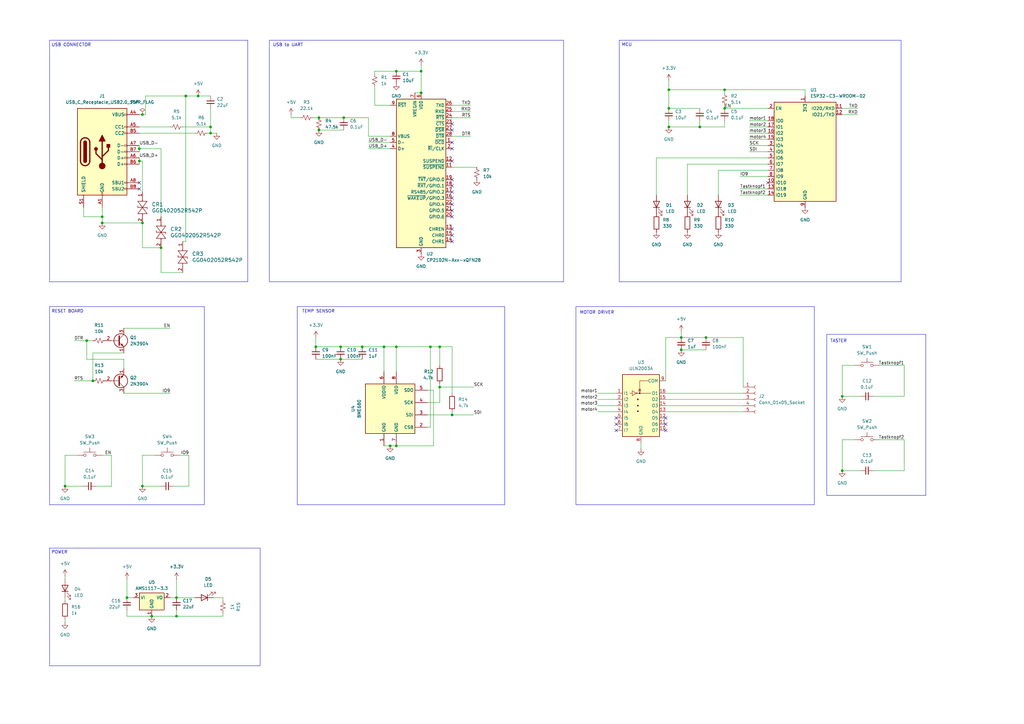
<source format=kicad_sch>
(kicad_sch (version 20250114) (generator "eeschema") (generator_version "9.0")
  (paper "A3")
  (lib_symbols
    (symbol "Connector:Conn_01x05_Socket" (pin_names (offset 1.016) (hide yes))
      (property "Reference" "J" (at 0 7.62 0))
      (property "Value" "Conn_01x05_Socket" (at 0 -7.62 0))
      (symbol "Conn_01x05_Socket_1_1"
        (pin passive line (at -5.08 5.08 0) (length 3.81) (name "Pin_1") (number "1"))
        (pin passive line (at -5.08 2.54 0) (length 3.81) (name "Pin_2") (number "2"))
        (pin passive line (at -5.08 0 0) (length 3.81) (name "Pin_3") (number "3"))
        (pin passive line (at -5.08 -2.54 0) (length 3.81) (name "Pin_4") (number "4"))
        (pin passive line (at -5.08 -5.08 0) (length 3.81) (name "Pin_5") (number "5"))
      )
    )
    (symbol "Connector:USB_C_Receptacle_USB2.0_16P" (pin_names (offset 1.016))
      (property "Reference" "J" (at 0 22.225 0))
      (property "Value" "USB_C_Receptacle_USB2.0_16P" (at 0 19.685 0))
      (symbol "USB_C_Receptacle_USB2.0_16P_1_1"
        (pin passive line (at -7.62 -22.86 90) (length 5.08) (name "SHIELD") (number "S1"))
        (pin passive line (at 0 -22.86 90) (length 5.08) (name "GND") (number "A1"))
        (pin passive line (at 0 -22.86 90) (length 5.08) (hide yes) (name "GND") (number "A12"))
        (pin passive line (at 0 -22.86 90) (length 5.08) (hide yes) (name "GND") (number "B1"))
        (pin passive line (at 0 -22.86 90) (length 5.08) (hide yes) (name "GND") (number "B12"))
        (pin passive line (at 15.24 15.24 180) (length 5.08) (name "VBUS") (number "A4"))
        (pin passive line (at 15.24 15.24 180) (length 5.08) (hide yes) (name "VBUS") (number "A9"))
        (pin passive line (at 15.24 15.24 180) (length 5.08) (hide yes) (name "VBUS") (number "B4"))
        (pin passive line (at 15.24 15.24 180) (length 5.08) (hide yes) (name "VBUS") (number "B9"))
        (pin bidirectional line (at 15.24 10.16 180) (length 5.08) (name "CC1") (number "A5"))
        (pin bidirectional line (at 15.24 7.62 180) (length 5.08) (name "CC2") (number "B5"))
        (pin bidirectional line (at 15.24 2.54 180) (length 5.08) (name "D-") (number "A7"))
        (pin bidirectional line (at 15.24 0 180) (length 5.08) (name "D-") (number "B7"))
        (pin bidirectional line (at 15.24 -2.54 180) (length 5.08) (name "D+") (number "A6"))
        (pin bidirectional line (at 15.24 -5.08 180) (length 5.08) (name "D+") (number "B6"))
        (pin bidirectional line (at 15.24 -12.7 180) (length 5.08) (name "SBU1") (number "A8"))
        (pin bidirectional line (at 15.24 -15.24 180) (length 5.08) (name "SBU2") (number "B8"))
      )
    )
    (symbol "Device:C_Small" (pin_numbers (hide yes)) (pin_names (offset 0.254) (hide yes))
      (property "Reference" "C" (at 0.254 1.778 0))
      (property "Value" "C_Small" (at 0.254 -2.032 0))
      (symbol "C_Small_1_1"
        (pin passive line (at 0 2.54 270) (length 2.032) (name "~") (number "1"))
        (pin passive line (at 0 -2.54 90) (length 2.032) (name "~") (number "2"))
      )
    )
    (symbol "Device:LED" (pin_numbers (hide yes)) (pin_names (offset 1.016) (hide yes))
      (property "Reference" "D" (at 0 2.54 0))
      (property "Value" "LED" (at 0 -2.54 0))
      (symbol "LED_1_1"
        (pin passive line (at -3.81 0 0) (length 2.54) (name "K") (number "1"))
        (pin passive line (at 3.81 0 180) (length 2.54) (name "A") (number "2"))
      )
    )
    (symbol "Device:R" (pin_numbers (hide yes)) (pin_names (offset 0))
      (property "Reference" "R" (at 2.032 0 90))
      (property "Value" "R" (at 0 0 90))
      (symbol "R_1_1"
        (pin passive line (at 0 3.81 270) (length 1.27) (name "~") (number "1"))
        (pin passive line (at 0 -3.81 90) (length 1.27) (name "~") (number "2"))
      )
    )
    (symbol "Device:R_Small_US" (pin_numbers (hide yes)) (pin_names (offset 0.254) (hide yes))
      (property "Reference" "R" (at 0.762 0.508 0))
      (property "Value" "R_Small_US" (at 0.762 -1.016 0))
      (symbol "R_Small_US_1_1"
        (pin passive line (at 0 2.54 270) (length 1.016) (name "~") (number "1"))
        (pin passive line (at 0 -2.54 90) (length 1.016) (name "~") (number "2"))
      )
    )
    (symbol "Hone_Sensor_symbol_lib:GG0402052R542P" (pin_names (offset 0.254))
      (property "Reference" "CR" (at 6.35 5.08 0))
      (property "Value" "GG0402052R542P" (at 6.35 -3.81 0))
      (symbol "GG0402052R542P_0_1"
        (pin unspecified line (at 0 0 0) (length 2.54) (name "") (number "2"))
        (pin unspecified line (at 12.7 0 180) (length 2.54) (name "") (number "1"))
      )
    )
    (symbol "Interface_USB:CP2102N-Axx-xQFN28"
      (property "Reference" "U" (at -8.89 31.75 0))
      (property "Value" "CP2102N-Axx-xQFN28" (at 12.7 31.75 0))
      (symbol "CP2102N-Axx-xQFN28_1_1"
        (pin input line (at -12.7 27.94 0) (length 2.54) (name "~{RST}") (number "9"))
        (pin input line (at -12.7 15.24 0) (length 2.54) (name "VBUS") (number "8"))
        (pin bidirectional line (at -12.7 12.7 0) (length 2.54) (name "D-") (number "5"))
        (pin bidirectional line (at -12.7 10.16 0) (length 2.54) (name "D+") (number "4"))
        (pin no_connect line (at -10.16 -27.94 0) (length 2.54) (hide yes) (name "NC") (number "10"))
        (pin power_in line (at -2.54 33.02 270) (length 2.54) (name "VREGIN") (number "7"))
        (pin power_in line (at 0 33.02 270) (length 2.54) (name "VDD") (number "6"))
        (pin passive line (at 0 -33.02 90) (length 2.54) (hide yes) (name "GND") (number "29"))
        (pin power_in line (at 0 -33.02 90) (length 2.54) (name "GND") (number "3"))
        (pin output line (at 12.7 27.94 180) (length 2.54) (name "TXD") (number "26"))
        (pin input line (at 12.7 25.4 180) (length 2.54) (name "RXD") (number "25"))
        (pin output line (at 12.7 22.86 180) (length 2.54) (name "~{RTS}") (number "24"))
        (pin input line (at 12.7 20.32 180) (length 2.54) (name "~{CTS}") (number "23"))
        (pin input line (at 12.7 17.78 180) (length 2.54) (name "~{DSR}") (number "27"))
        (pin output line (at 12.7 15.24 180) (length 2.54) (name "~{DTR}") (number "28"))
        (pin input line (at 12.7 12.7 180) (length 2.54) (name "~{DCD}") (number "1"))
        (pin bidirectional line (at 12.7 10.16 180) (length 2.54) (name "~{RI}/CLK") (number "2"))
        (pin output line (at 12.7 5.08 180) (length 2.54) (name "SUSPEND") (number "12"))
        (pin output line (at 12.7 2.54 180) (length 2.54) (name "~{SUSPEND}") (number "11"))
        (pin bidirectional line (at 12.7 -2.54 180) (length 2.54) (name "~{TXT}/GPIO.0") (number "19"))
        (pin bidirectional line (at 12.7 -5.08 180) (length 2.54) (name "~{RXT}/GPIO.1") (number "18"))
        (pin bidirectional line (at 12.7 -7.62 180) (length 2.54) (name "RS485/GPIO.2") (number "17"))
        (pin bidirectional line (at 12.7 -10.16 180) (length 2.54) (name "~{WAKEUP}/GPIO.3") (number "16"))
        (pin bidirectional line (at 12.7 -12.7 180) (length 2.54) (name "GPIO.4") (number "22"))
        (pin bidirectional line (at 12.7 -15.24 180) (length 2.54) (name "GPIO.5") (number "21"))
        (pin bidirectional line (at 12.7 -17.78 180) (length 2.54) (name "GPIO.6") (number "20"))
        (pin output line (at 12.7 -22.86 180) (length 2.54) (name "CHREN") (number "13"))
        (pin output line (at 12.7 -25.4 180) (length 2.54) (name "CHR0") (number "15"))
        (pin output line (at 12.7 -27.94 180) (length 2.54) (name "CHR1") (number "14"))
      )
    )
    (symbol "RF_Module:ESP32-C3-WROOM-02"
      (property "Reference" "U" (at -12.192 21.336 0))
      (property "Value" "ESP32-C3-WROOM-02" (at 12.192 21.336 0))
      (symbol "ESP32-C3-WROOM-02_1_1"
        (pin input line (at -15.24 17.78 0) (length 2.54) (name "EN") (number "2"))
        (pin bidirectional line (at -15.24 12.7 0) (length 2.54) (name "IO0") (number "18"))
        (pin bidirectional line (at -15.24 10.16 0) (length 2.54) (name "IO1") (number "17"))
        (pin bidirectional line (at -15.24 7.62 0) (length 2.54) (name "IO2") (number "16"))
        (pin bidirectional line (at -15.24 5.08 0) (length 2.54) (name "IO3") (number "15"))
        (pin bidirectional line (at -15.24 2.54 0) (length 2.54) (name "IO4") (number "3"))
        (pin bidirectional line (at -15.24 0 0) (length 2.54) (name "IO5") (number "4"))
        (pin bidirectional line (at -15.24 -2.54 0) (length 2.54) (name "IO6") (number "5"))
        (pin bidirectional line (at -15.24 -5.08 0) (length 2.54) (name "IO7") (number "6"))
        (pin bidirectional line (at -15.24 -7.62 0) (length 2.54) (name "IO8") (number "7"))
        (pin bidirectional line (at -15.24 -10.16 0) (length 2.54) (name "IO9") (number "8"))
        (pin bidirectional line (at -15.24 -12.7 0) (length 2.54) (name "IO10") (number "10"))
        (pin bidirectional line (at -15.24 -15.24 0) (length 2.54) (name "IO18") (number "13"))
        (pin bidirectional line (at -15.24 -17.78 0) (length 2.54) (name "IO19") (number "14"))
        (pin power_in line (at 0 22.86 270) (length 2.54) (name "3V3") (number "1"))
        (pin passive line (at 0 -22.86 90) (length 2.54) (hide yes) (name "GND") (number "19"))
        (pin power_in line (at 0 -22.86 90) (length 2.54) (name "GND") (number "9"))
        (pin bidirectional line (at 15.24 17.78 180) (length 2.54) (name "IO20/RXD") (number "11"))
        (pin bidirectional line (at 15.24 15.24 180) (length 2.54) (name "IO21/TXD") (number "12"))
      )
    )
    (symbol "Regulator_Linear:AMS1117-3.3"
      (property "Reference" "U" (at -3.81 3.175 0))
      (property "Value" "AMS1117-3.3" (at 0 3.175 0))
      (symbol "AMS1117-3.3_1_1"
        (pin power_in line (at -7.62 0 0) (length 2.54) (name "VI") (number "3"))
        (pin power_in line (at 0 -7.62 90) (length 2.54) (name "GND") (number "1"))
        (pin power_out line (at 7.62 0 180) (length 2.54) (name "VO") (number "2"))
      )
    )
    (symbol "Sensor:BME680"
      (property "Reference" "U" (at -8.89 11.43 0))
      (property "Value" "BME680" (at 7.62 11.43 0))
      (symbol "BME680_1_1"
        (pin power_in line (at -2.54 15.24 270) (length 5.08) (name "VDDIO") (number "6"))
        (pin power_in line (at -2.54 -15.24 90) (length 5.08) (name "GND") (number "1"))
        (pin power_in line (at 2.54 15.24 270) (length 5.08) (name "VDD") (number "8"))
        (pin power_in line (at 2.54 -15.24 90) (length 5.08) (name "GND") (number "7"))
        (pin bidirectional line (at 15.24 7.62 180) (length 5.08) (name "SDO") (number "5"))
        (pin input line (at 15.24 2.54 180) (length 5.08) (name "SCK") (number "4"))
        (pin bidirectional line (at 15.24 -2.54 180) (length 5.08) (name "SDI") (number "3"))
        (pin input line (at 15.24 -7.62 180) (length 5.08) (name "CSB") (number "2"))
      )
    )
    (symbol "Switch:SW_Push" (pin_numbers (hide yes)) (pin_names (offset 1.016) (hide yes))
      (property "Reference" "SW" (at 1.27 2.54 0))
      (property "Value" "SW_Push" (at 0 -1.524 0))
      (symbol "SW_Push_0_1"
        (pin passive line (at -5.08 0 0) (length 2.54) (name "1") (number "1"))
        (pin passive line (at 5.08 0 180) (length 2.54) (name "2") (number "2"))
      )
    )
    (symbol "Transistor_Array:ULN2003A"
      (property "Reference" "U" (at 0 15.875 0))
      (property "Value" "ULN2003A" (at 0 13.97 0))
      (symbol "ULN2003A_1_1"
        (pin input line (at -10.16 5.08 0) (length 2.54) (name "I1") (number "1"))
        (pin input line (at -10.16 2.54 0) (length 2.54) (name "I2") (number "2"))
        (pin input line (at -10.16 0 0) (length 2.54) (name "I3") (number "3"))
        (pin input line (at -10.16 -2.54 0) (length 2.54) (name "I4") (number "4"))
        (pin input line (at -10.16 -5.08 0) (length 2.54) (name "I5") (number "5"))
        (pin input line (at -10.16 -7.62 0) (length 2.54) (name "I6") (number "6"))
        (pin input line (at -10.16 -10.16 0) (length 2.54) (name "I7") (number "7"))
        (pin power_in line (at 0 -15.24 90) (length 2.54) (name "GND") (number "8"))
        (pin passive line (at 10.16 10.16 180) (length 2.54) (name "COM") (number "9"))
        (pin open_collector line (at 10.16 5.08 180) (length 2.54) (name "O1") (number "16"))
        (pin open_collector line (at 10.16 2.54 180) (length 2.54) (name "O2") (number "15"))
        (pin open_collector line (at 10.16 0 180) (length 2.54) (name "O3") (number "14"))
        (pin open_collector line (at 10.16 -2.54 180) (length 2.54) (name "O4") (number "13"))
        (pin open_collector line (at 10.16 -5.08 180) (length 2.54) (name "O5") (number "12"))
        (pin open_collector line (at 10.16 -7.62 180) (length 2.54) (name "O6") (number "11"))
        (pin open_collector line (at 10.16 -10.16 180) (length 2.54) (name "O7") (number "10"))
      )
    )
    (symbol "Transistor_BJT:2N3904" (pin_names (offset 0) (hide yes))
      (property "Reference" "Q" (at 5.08 1.905 0))
      (property "Value" "2N3904" (at 5.08 0 0))
      (symbol "2N3904_1_1"
        (pin input line (at -5.08 0 0) (length 2.54) (name "B") (number "2"))
        (pin passive line (at 2.54 5.08 270) (length 2.54) (name "C") (number "3"))
        (pin passive line (at 2.54 -5.08 90) (length 2.54) (name "E") (number "1"))
      )
    )
    (symbol "power:+3.3V" (power) (pin_numbers (hide yes)) (pin_names (offset 0) (hide yes))
      (property "Value" "+3.3V" (at 0 3.556 0))
      (symbol "+3.3V_1_1"
        (pin power_in line (at 0 0 90) (length 0) (name "~") (number "1"))
      )
    )
    (symbol "power:+5V" (power) (pin_numbers (hide yes)) (pin_names (offset 0) (hide yes))
      (property "Value" "+5V" (at 0 3.556 0))
      (symbol "+5V_1_1"
        (pin power_in line (at 0 0 90) (length 0) (name "~") (number "1"))
      )
    )
    (symbol "power:GND" (power) (pin_numbers (hide yes)) (pin_names (offset 0) (hide yes))
      (property "Value" "GND" (at 0 -3.81 0))
      (symbol "GND_1_1"
        (pin power_in line (at 0 0 270) (length 0) (name "~") (number "1"))
      )
    )
    (symbol "power:PWR_FLAG" (power) (pin_numbers (hide yes)) (pin_names (offset 0) (hide yes))
      (property "Value" "PWR_FLAG" (at 0 3.81 0))
      (symbol "PWR_FLAG_0_0"
        (pin power_out line (at 0 0 90) (length 0) (name "~") (number "1"))
      )
    )
  )
  (rectangle (start 20.32 16.51) (end 101.6 115.57))
  (rectangle (start 236.22 125.73) (end 334.01 207.01))
  (rectangle (start 110.49 16.51) (end 231.14 115.57))
  (rectangle (start 339.09 137.16) (end 379.73 203.2))
  (rectangle (start 121.92 125.73) (end 207.01 207.01))
  (rectangle (start 20.32 125.73) (end 83.82 207.01))
  (rectangle (start 20.32 224.79) (end 106.68 273.05))
  (text "POWER\n" (at 24.384 226.568 0) (effects (font (size 1.27 1.27))))
  (text "USB to UART\n" (at 118.11 18.542 0) (effects (font (size 1.27 1.27))))
  (text "MOTOR DRIVER\n" (at 244.856 128.27 0) (effects (font (size 1.27 1.27))))
  (text "TASTER\n" (at 343.916 139.954 0) (effects (font (size 1.27 1.27))))
  (text "RESET BOARD\n" (at 27.686 127.762 0) (effects (font (size 1.27 1.27))))
  (text "TEMP SENSOR\n" (at 130.556 127.762 0) (effects (font (size 1.27 1.27))))
  (text "USB CONNECTOR\n" (at 29.21 18.542 0) (effects (font (size 1.27 1.27))))
  (text_box "MCU\n" (at 254 16.51 0) (size 115.57 99.06) (margins 0.9525 0.9525 0.9525 0.9525) (effects (font (size 1.27 1.27)) (justify left top)))
  (junction (at 297.18 44.45))
  (junction (at 38.1 156.21))
  (junction (at 345.44 162.56))
  (junction (at 162.56 142.24))
  (junction (at 140.97 48.26))
  (junction (at 139.7 142.24))
  (junction (at 287.02 52.07))
  (junction (at 297.18 36.83))
  (junction (at 185.42 170.18))
  (junction (at 58.42 199.39))
  (junction (at 274.32 52.07))
  (junction (at 129.54 142.24))
  (junction (at 274.32 44.45))
  (junction (at 148.59 142.24))
  (junction (at 72.39 252.73))
  (junction (at 345.44 193.04))
  (junction (at 26.67 199.39))
  (junction (at 289.56 138.43))
  (junction (at 86.36 54.61))
  (junction (at 41.91 91.44))
  (junction (at 35.56 139.7))
  (junction (at 52.07 245.11))
  (junction (at 86.36 52.07))
  (junction (at 176.53 142.24))
  (junction (at 66.04 101.6))
  (junction (at 180.34 142.24))
  (junction (at 274.32 36.83))
  (junction (at 130.81 48.26))
  (junction (at 41.91 88.9))
  (junction (at 172.72 38.1))
  (junction (at 58.42 91.44))
  (junction (at 62.23 252.73))
  (junction (at 279.4 138.43))
  (junction (at 130.81 53.34))
  (junction (at 57.15 60.96))
  (junction (at 76.2 39.37))
  (junction (at 172.72 29.21))
  (junction (at 58.42 46.99))
  (junction (at 72.39 245.11))
  (junction (at 157.48 142.24))
  (junction (at 160.02 182.88))
  (junction (at 139.7 147.32))
  (junction (at 81.28 39.37))
  (junction (at 180.34 158.75))
  (junction (at 162.56 182.88))
  (junction (at 57.15 66.04))
  (junction (at 279.4 143.51))
  (junction (at 162.56 29.21))
  (no_connect (at 185.42 53.34))
  (no_connect (at 252.73 176.53))
  (no_connect (at 185.42 86.36))
  (no_connect (at 185.42 73.66))
  (no_connect (at 314.96 74.93))
  (no_connect (at 273.05 173.99))
  (no_connect (at 252.73 171.45))
  (no_connect (at 185.42 81.28))
  (no_connect (at 185.42 58.42))
  (no_connect (at 185.42 96.52))
  (no_connect (at 273.05 176.53))
  (no_connect (at 57.15 77.47))
  (no_connect (at 185.42 60.96))
  (no_connect (at 185.42 76.2))
  (no_connect (at 273.05 171.45))
  (no_connect (at 57.15 74.93))
  (no_connect (at 185.42 78.74))
  (no_connect (at 185.42 88.9))
  (no_connect (at 185.42 66.04))
  (no_connect (at 185.42 50.8))
  (no_connect (at 252.73 173.99))
  (no_connect (at 185.42 83.82))
  (no_connect (at 185.42 93.98))
  (no_connect (at 185.42 99.06))
  (wire (pts (xy 58.42 46.99) (xy 59.69 46.99)))
  (wire (pts (xy 73.66 186.69) (xy 77.47 186.69)))
  (wire (pts (xy 81.28 39.37) (xy 86.36 39.37)))
  (wire (pts (xy 153.67 43.18) (xy 160.02 43.18)))
  (wire (pts (xy 180.34 158.75) (xy 194.31 158.75)))
  (wire (pts (xy 63.5 186.69) (xy 58.42 186.69)))
  (wire (pts (xy 76.2 99.06) (xy 74.93 99.06)))
  (wire (pts (xy 119.38 48.26) (xy 123.19 48.26)))
  (wire (pts (xy 151.13 60.96) (xy 160.02 60.96)))
  (wire (pts (xy 245.11 168.91) (xy 252.73 168.91)))
  (wire (pts (xy 303.53 72.39) (xy 314.96 72.39)))
  (wire (pts (xy 170.18 38.1) (xy 172.72 38.1)))
  (wire (pts (xy 297.18 36.83) (xy 297.18 38.1)))
  (wire (pts (xy 303.53 77.47) (xy 314.96 77.47)))
  (wire (pts (xy 157.48 142.24) (xy 157.48 152.4)))
  (wire (pts (xy 91.44 252.73) (xy 72.39 252.73)))
  (wire (pts (xy 57.15 59.69) (xy 57.15 60.96)))
  (wire (pts (xy 294.64 69.85) (xy 314.96 69.85)))
  (wire (pts (xy 330.2 39.37) (xy 330.2 36.83)))
  (wire (pts (xy 273.05 138.43) (xy 279.4 138.43)))
  (wire (pts (xy 66.04 111.76) (xy 66.04 101.6)))
  (wire (pts (xy 307.34 59.69) (xy 314.96 59.69)))
  (wire (pts (xy 57.15 60.96) (xy 66.04 60.96)))
  (wire (pts (xy 281.94 67.31) (xy 314.96 67.31)))
  (wire (pts (xy 39.37 199.39) (xy 45.72 199.39)))
  (wire (pts (xy 345.44 46.99) (xy 351.79 46.99)))
  (wire (pts (xy 72.39 252.73) (xy 62.23 252.73)))
  (wire (pts (xy 30.48 156.21) (xy 38.1 156.21)))
  (wire (pts (xy 176.53 142.24) (xy 176.53 175.26)))
  (wire (pts (xy 273.05 161.29) (xy 304.8 161.29)))
  (wire (pts (xy 172.72 26.67) (xy 172.72 29.21)))
  (wire (pts (xy 91.44 251.46) (xy 91.44 252.73)))
  (wire (pts (xy 153.67 29.21) (xy 153.67 30.48)))
  (wire (pts (xy 52.07 252.73) (xy 62.23 252.73)))
  (wire (pts (xy 69.85 245.11) (xy 72.39 245.11)))
  (wire (pts (xy 41.91 85.09) (xy 41.91 88.9)))
  (wire (pts (xy 128.27 48.26) (xy 130.81 48.26)))
  (wire (pts (xy 180.34 142.24) (xy 180.34 149.86)))
  (wire (pts (xy 38.1 144.78) (xy 50.8 144.78)))
  (wire (pts (xy 177.8 160.02) (xy 177.8 182.88)))
  (wire (pts (xy 74.93 52.07) (xy 86.36 52.07)))
  (wire (pts (xy 76.2 39.37) (xy 81.28 39.37)))
  (wire (pts (xy 273.05 168.91) (xy 304.8 168.91)))
  (wire (pts (xy 307.34 62.23) (xy 314.96 62.23)))
  (wire (pts (xy 175.26 175.26) (xy 176.53 175.26)))
  (wire (pts (xy 35.56 147.32) (xy 35.56 139.7)))
  (wire (pts (xy 66.04 60.96) (xy 66.04 88.9)))
  (wire (pts (xy 58.42 91.44) (xy 41.91 91.44)))
  (wire (pts (xy 185.42 43.18) (xy 193.04 43.18)))
  (wire (pts (xy 72.39 245.11) (xy 80.01 245.11)))
  (wire (pts (xy 330.2 36.83) (xy 297.18 36.83)))
  (wire (pts (xy 345.44 180.34) (xy 345.44 193.04)))
  (wire (pts (xy 274.32 36.83) (xy 274.32 44.45)))
  (wire (pts (xy 26.67 199.39) (xy 34.29 199.39)))
  (wire (pts (xy 345.44 149.86) (xy 345.44 162.56)))
  (wire (pts (xy 262.89 184.15) (xy 262.89 181.61)))
  (wire (pts (xy 52.07 237.49) (xy 52.07 245.11)))
  (wire (pts (xy 287.02 52.07) (xy 274.32 52.07)))
  (wire (pts (xy 50.8 161.29) (xy 69.85 161.29)))
  (wire (pts (xy 59.69 39.37) (xy 76.2 39.37)))
  (wire (pts (xy 148.59 142.24) (xy 157.48 142.24)))
  (wire (pts (xy 289.56 138.43) (xy 304.8 138.43)))
  (wire (pts (xy 160.02 182.88) (xy 162.56 182.88)))
  (wire (pts (xy 58.42 101.6) (xy 66.04 101.6)))
  (wire (pts (xy 350.52 180.34) (xy 345.44 180.34)))
  (wire (pts (xy 151.13 55.88) (xy 160.02 55.88)))
  (wire (pts (xy 185.42 55.88) (xy 193.04 55.88)))
  (wire (pts (xy 151.13 58.42) (xy 160.02 58.42)))
  (wire (pts (xy 153.67 29.21) (xy 162.56 29.21)))
  (wire (pts (xy 180.34 142.24) (xy 185.42 142.24)))
  (wire (pts (xy 57.15 60.96) (xy 57.15 62.23)))
  (wire (pts (xy 273.05 163.83) (xy 304.8 163.83)))
  (wire (pts (xy 162.56 29.21) (xy 172.72 29.21)))
  (wire (pts (xy 185.42 68.58) (xy 195.58 68.58)))
  (wire (pts (xy 307.34 57.15) (xy 314.96 57.15)))
  (wire (pts (xy 86.36 44.45) (xy 86.36 52.07)))
  (wire (pts (xy 50.8 134.62) (xy 69.85 134.62)))
  (wire (pts (xy 72.39 237.49) (xy 72.39 245.11)))
  (wire (pts (xy 307.34 49.53) (xy 314.96 49.53)))
  (wire (pts (xy 119.38 46.99) (xy 119.38 48.26)))
  (wire (pts (xy 345.44 193.04) (xy 353.06 193.04)))
  (wire (pts (xy 57.15 46.99) (xy 58.42 46.99)))
  (wire (pts (xy 245.11 163.83) (xy 252.73 163.83)))
  (wire (pts (xy 162.56 142.24) (xy 176.53 142.24)))
  (wire (pts (xy 345.44 44.45) (xy 351.79 44.45)))
  (wire (pts (xy 176.53 142.24) (xy 180.34 142.24)))
  (wire (pts (xy 34.29 88.9) (xy 41.91 88.9)))
  (wire (pts (xy 180.34 158.75) (xy 180.34 165.1)))
  (wire (pts (xy 345.44 162.56) (xy 353.06 162.56)))
  (wire (pts (xy 274.32 49.53) (xy 274.32 52.07)))
  (wire (pts (xy 297.18 52.07) (xy 287.02 52.07)))
  (wire (pts (xy 162.56 142.24) (xy 162.56 152.4)))
  (wire (pts (xy 307.34 52.07) (xy 314.96 52.07)))
  (wire (pts (xy 175.26 160.02) (xy 177.8 160.02)))
  (wire (pts (xy 77.47 186.69) (xy 77.47 199.39)))
  (wire (pts (xy 370.84 149.86) (xy 370.84 162.56)))
  (wire (pts (xy 177.8 182.88) (xy 162.56 182.88)))
  (wire (pts (xy 297.18 49.53) (xy 297.18 52.07)))
  (wire (pts (xy 358.14 193.04) (xy 370.84 193.04)))
  (wire (pts (xy 140.97 48.26) (xy 151.13 48.26)))
  (wire (pts (xy 130.81 48.26) (xy 140.97 48.26)))
  (wire (pts (xy 57.15 66.04) (xy 58.42 66.04)))
  (wire (pts (xy 71.12 199.39) (xy 77.47 199.39)))
  (wire (pts (xy 157.48 142.24) (xy 162.56 142.24)))
  (wire (pts (xy 151.13 48.26) (xy 151.13 55.88)))
  (wire (pts (xy 58.42 66.04) (xy 58.42 78.74)))
  (wire (pts (xy 269.24 64.77) (xy 314.96 64.77)))
  (wire (pts (xy 274.32 36.83) (xy 297.18 36.83)))
  (wire (pts (xy 185.42 170.18) (xy 194.31 170.18)))
  (wire (pts (xy 59.69 46.99) (xy 59.69 39.37)))
  (wire (pts (xy 157.48 182.88) (xy 160.02 182.88)))
  (wire (pts (xy 38.1 156.21) (xy 38.1 144.78)))
  (wire (pts (xy 130.81 53.34) (xy 140.97 53.34)))
  (wire (pts (xy 153.67 35.56) (xy 153.67 43.18)))
  (wire (pts (xy 185.42 45.72) (xy 193.04 45.72)))
  (wire (pts (xy 274.32 33.02) (xy 274.32 36.83)))
  (wire (pts (xy 41.91 88.9) (xy 41.91 91.44)))
  (wire (pts (xy 185.42 48.26) (xy 193.04 48.26)))
  (wire (pts (xy 66.04 111.76) (xy 74.93 111.76)))
  (wire (pts (xy 58.42 199.39) (xy 66.04 199.39)))
  (wire (pts (xy 279.4 138.43) (xy 279.4 135.89)))
  (wire (pts (xy 273.05 166.37) (xy 304.8 166.37)))
  (wire (pts (xy 57.15 52.07) (xy 69.85 52.07)))
  (wire (pts (xy 297.18 43.18) (xy 297.18 44.45)))
  (wire (pts (xy 38.1 139.7) (xy 35.56 139.7)))
  (wire (pts (xy 52.07 250.19) (xy 52.07 252.73)))
  (wire (pts (xy 26.67 186.69) (xy 26.67 199.39)))
  (wire (pts (xy 350.52 149.86) (xy 345.44 149.86)))
  (wire (pts (xy 370.84 180.34) (xy 370.84 193.04)))
  (wire (pts (xy 180.34 165.1) (xy 175.26 165.1)))
  (wire (pts (xy 57.15 54.61) (xy 80.01 54.61)))
  (wire (pts (xy 185.42 170.18) (xy 175.26 170.18)))
  (wire (pts (xy 303.53 80.01) (xy 314.96 80.01)))
  (wire (pts (xy 26.67 246.38) (xy 26.67 245.11)))
  (wire (pts (xy 72.39 250.19) (xy 72.39 252.73)))
  (wire (pts (xy 360.68 149.86) (xy 370.84 149.86)))
  (wire (pts (xy 245.11 161.29) (xy 252.73 161.29)))
  (wire (pts (xy 86.36 54.61) (xy 85.09 54.61)))
  (wire (pts (xy 180.34 157.48) (xy 180.34 158.75)))
  (wire (pts (xy 279.4 138.43) (xy 289.56 138.43)))
  (wire (pts (xy 139.7 147.32) (xy 148.59 147.32)))
  (wire (pts (xy 50.8 147.32) (xy 35.56 147.32)))
  (wire (pts (xy 35.56 139.7) (xy 30.48 139.7)))
  (wire (pts (xy 358.14 162.56) (xy 370.84 162.56)))
  (wire (pts (xy 129.54 138.43) (xy 129.54 142.24)))
  (wire (pts (xy 86.36 52.07) (xy 86.36 54.61)))
  (wire (pts (xy 86.36 54.61) (xy 88.9 54.61)))
  (wire (pts (xy 58.42 186.69) (xy 58.42 199.39)))
  (wire (pts (xy 245.11 166.37) (xy 252.73 166.37)))
  (wire (pts (xy 31.75 186.69) (xy 26.67 186.69)))
  (wire (pts (xy 172.72 38.1) (xy 172.72 29.21)))
  (wire (pts (xy 185.42 168.91) (xy 185.42 170.18)))
  (wire (pts (xy 294.64 69.85) (xy 294.64 80.01)))
  (wire (pts (xy 129.54 147.32) (xy 139.7 147.32)))
  (wire (pts (xy 185.42 161.29) (xy 185.42 142.24)))
  (wire (pts (xy 279.4 143.51) (xy 289.56 143.51)))
  (wire (pts (xy 307.34 54.61) (xy 314.96 54.61)))
  (wire (pts (xy 45.72 186.69) (xy 45.72 199.39)))
  (wire (pts (xy 91.44 245.11) (xy 91.44 246.38)))
  (wire (pts (xy 26.67 255.27) (xy 26.67 254)))
  (wire (pts (xy 287.02 49.53) (xy 287.02 52.07)))
  (wire (pts (xy 281.94 80.01) (xy 281.94 67.31)))
  (wire (pts (xy 34.29 85.09) (xy 34.29 88.9)))
  (wire (pts (xy 58.42 91.44) (xy 58.42 101.6)))
  (wire (pts (xy 129.54 142.24) (xy 139.7 142.24)))
  (wire (pts (xy 50.8 151.13) (xy 50.8 147.32)))
  (wire (pts (xy 41.91 186.69) (xy 45.72 186.69)))
  (wire (pts (xy 139.7 142.24) (xy 148.59 142.24)))
  (wire (pts (xy 57.15 66.04) (xy 57.15 67.31)))
  (wire (pts (xy 87.63 245.11) (xy 91.44 245.11)))
  (wire (pts (xy 269.24 64.77) (xy 269.24 80.01)))
  (wire (pts (xy 360.68 180.34) (xy 370.84 180.34)))
  (wire (pts (xy 273.05 138.43) (xy 273.05 156.21)))
  (wire (pts (xy 297.18 44.45) (xy 314.96 44.45)))
  (wire (pts (xy 57.15 64.77) (xy 57.15 66.04)))
  (wire (pts (xy 26.67 236.22) (xy 26.67 237.49)))
  (wire (pts (xy 52.07 245.11) (xy 54.61 245.11)))
  (wire (pts (xy 274.32 44.45) (xy 287.02 44.45)))
  (wire (pts (xy 304.8 138.43) (xy 304.8 158.75)))
  (wire (pts (xy 76.2 39.37) (xy 76.2 99.06)))
  (label "SCK" (at 194.31 158.75 0))
  (label "SDI" (at 194.31 170.18 0))
  (label "EN" (at 297.18 44.45 0))
  (label "motor3" (at 245.11 166.37 180))
  (label "RXD" (at 351.79 46.99 180))
  (label "USB_D-" (at 57.15 59.69 0))
  (label "motor4" (at 307.34 57.15 0))
  (label "USB_D+" (at 57.15 64.77 0))
  (label "motor2" (at 245.11 163.83 180))
  (label "IO9" (at 69.85 161.29 180))
  (label "TXD" (at 193.04 43.18 180))
  (label "SCK" (at 307.34 59.69 0))
  (label "DTR" (at 30.48 139.7 0))
  (label "DTR" (at 193.04 55.88 180))
  (label "Tastknopf1" (at 370.84 149.86 180))
  (label "EN" (at 45.72 186.69 180))
  (label "SDI" (at 307.34 62.23 0))
  (label "motor1" (at 307.34 49.53 0))
  (label "USB_D-" (at 151.13 58.42 0))
  (label "motor3" (at 307.34 54.61 0))
  (label "IO9" (at 77.47 186.69 180))
  (label "USB_D+" (at 151.13 60.96 0))
  (label "motor4" (at 245.11 168.91 180))
  (label "motor1" (at 245.11 161.29 180))
  (label "IO9" (at 303.53 72.39 0))
  (label "Tastknopf2" (at 303.53 80.01 0))
  (label "EN" (at 69.85 134.62 180))
  (label "Tastknopf1" (at 303.53 77.47 0))
  (label "RXD" (at 193.04 45.72 180))
  (label "TXD" (at 351.79 44.45 180))
  (label "motor2" (at 307.34 52.07 0))
  (label "RTS" (at 193.04 48.26 180))
  (label "RTS" (at 30.48 156.21 0))
  (label "Tastknopf2" (at 370.84 180.34 180))
  (symbol (lib_id "Device:R_Small_US") (at 297.18 40.64 180) (unit 1)
    (property "Reference" "R2" (at 299.72 39.3699 0) (effects (justify right)))
    (property "Value" "5.1k" (at 299.72 41.9099 0) (effects (justify right)))
    (property "Description" "Resistor, small US symbol" (effects (hide yes)))
  )
  (symbol (lib_id "Device:R") (at 294.64 91.44 0) (unit 1)
    (property "Reference" "R10" (at 297.18 90.1699 0) (effects (justify left)))
    (property "Value" "330" (at 297.18 92.7099 0) (effects (justify left)))
    (property "Description" "Resistor" (effects (hide yes)))
  )
  (symbol (lib_id "power:PWR_FLAG") (at 58.42 46.99 0) (unit 1)
    (property "Reference" "#FLG01" (effects (hide yes)))
    (property "Value" "PWR_FLAG" (at 58.42 41.91 0))
    (property "Description" "Special symbol for telling ERC where power comes from" (effects (hide yes)))
  )
  (symbol (lib_id "power:GND") (at 172.72 104.14 0) (unit 1)
    (property "Reference" "#PWR015" (effects (hide yes)))
    (property "Value" "GND" (at 172.72 109.22 0))
    (property "Description" "Power symbol creates a global label with name \"GND\" , ground" (effects (hide yes)))
  )
  (symbol (lib_id "power:GND") (at 26.67 255.27 0) (unit 1)
    (property "Reference" "#PWR030" (effects (hide yes)))
    (property "Value" "GND" (at 26.67 260.35 0))
    (property "Description" "Power symbol creates a global label with name \"GND\" , ground" (effects (hide yes)))
  )
  (symbol (lib_id "power:GND") (at 41.91 91.44 0) (unit 1)
    (property "Reference" "#PWR011" (effects (hide yes)))
    (property "Value" "GND" (at 41.91 96.52 0))
    (property "Description" "Power symbol creates a global label with name \"GND\" , ground" (effects (hide yes)))
  )
  (symbol (lib_id "Device:LED") (at 83.82 245.11 180) (unit 1)
    (property "Reference" "D5" (at 85.4075 237.49 0))
    (property "Value" "LED" (at 85.4075 240.03 0))
    (property "Description" "Light emitting diode" (effects (hide yes)))
    (property "Sim.Pins" "1=K 2=A" (effects (hide yes)))
  )
  (symbol (lib_id "Switch:SW_Push") (at 36.83 186.69 0) (unit 1)
    (property "Reference" "SW3" (at 36.83 179.07 0))
    (property "Value" "SW_Push" (at 36.83 181.61 0))
    (property "Footprint" "Home_Sensor_foot_lib:SW4_1825910-B_TEC" (effects (hide yes)))
    (property "Description" "Push button switch, generic, two pins" (effects (hide yes)))
  )
  (symbol (lib_id "power:GND") (at 130.81 53.34 0) (unit 1)
    (property "Reference" "#PWR07" (effects (hide yes)))
    (property "Value" "GND" (at 130.81 58.42 0))
    (property "Description" "Power symbol creates a global label with name \"GND\" , ground" (effects (hide yes)))
  )
  (symbol (lib_id "power:+3.3V") (at 72.39 237.49 0) (unit 1)
    (property "Reference" "#PWR028" (effects (hide yes)))
    (property "Value" "+3.3V" (at 72.39 232.41 0))
    (property "Description" "Power symbol creates a global label with name \"+3.3V\"" (effects (hide yes)))
  )
  (symbol (lib_id "power:+5V") (at 81.28 39.37 0) (unit 1)
    (property "Reference" "#PWR04" (effects (hide yes)))
    (property "Value" "+5V" (at 81.28 34.29 0))
    (property "Description" "Power symbol creates a global label with name \"+5V\"" (effects (hide yes)))
  )
  (symbol (lib_id "power:GND") (at 274.32 52.07 0) (unit 1)
    (property "Reference" "#PWR06" (effects (hide yes)))
    (property "Value" "GND" (at 274.32 57.15 0))
    (property "Description" "Power symbol creates a global label with name \"GND\" , ground" (effects (hide yes)))
  )
  (symbol (lib_id "power:GND") (at 160.02 182.88 0) (unit 1)
    (property "Reference" "#PWR021" (effects (hide yes)))
    (property "Value" "GND" (at 160.02 187.96 0))
    (property "Description" "Power symbol creates a global label with name \"GND\" , ground" (effects (hide yes)))
  )
  (symbol (lib_id "power:GND") (at 330.2 85.09 0) (unit 1)
    (property "Reference" "#PWR010" (effects (hide yes)))
    (property "Value" "GND" (at 330.2 90.17 0))
    (property "Description" "Power symbol creates a global label with name \"GND\" , ground" (effects (hide yes)))
  )
  (symbol (lib_id "power:GND") (at 279.4 143.51 0) (unit 1)
    (property "Reference" "#PWR018" (effects (hide yes)))
    (property "Value" "GND" (at 279.4 148.59 0))
    (property "Description" "Power symbol creates a global label with name \"GND\" , ground" (effects (hide yes)))
  )
  (symbol (lib_id "Device:LED") (at 294.64 83.82 90) (unit 1)
    (property "Reference" "D3" (at 298.45 84.1374 90) (effects (justify right)))
    (property "Value" "LED" (at 298.45 86.6774 90) (effects (justify right)))
    (property "Description" "Light emitting diode" (effects (hide yes)))
    (property "Sim.Pins" "1=K 2=A" (effects (hide yes)))
  )
  (symbol (lib_id "Device:C_Small") (at 148.59 144.78 0) (unit 1)
    (property "Reference" "C11" (at 151.13 143.5162 0) (effects (justify left)))
    (property "Value" "1uF" (at 151.13 146.0562 0) (effects (justify left)))
    (property "Description" "Unpolarized capacitor, small symbol" (effects (hide yes)))
  )
  (symbol (lib_id "Device:C_Small") (at 36.83 199.39 90) (unit 1)
    (property "Reference" "C14" (at 36.8363 193.04 90))
    (property "Value" "0.1uF" (at 36.8363 195.58 90))
    (property "Description" "Unpolarized capacitor, small symbol" (effects (hide yes)))
  )
  (symbol (lib_id "Device:R_Small_US") (at 153.67 33.02 180) (unit 1)
    (property "Reference" "R1" (at 156.21 31.7499 0) (effects (justify right)))
    (property "Value" "1k" (at 156.21 34.2899 0) (effects (justify right)))
    (property "Description" "Resistor, small US symbol" (effects (hide yes)))
  )
  (symbol (lib_id "Transistor_BJT:2N3904") (at 48.26 139.7 0) (unit 1)
    (property "Reference" "Q1" (at 53.34 138.4299 0) (effects (justify left)))
    (property "Value" "2N3904" (at 53.34 140.9699 0) (effects (justify left)))
    (property "Footprint" "Package_TO_SOT_THT:TO-92_Inline" (effects (hide yes)))
    (property "Datasheet" "https://www.onsemi.com/pub/Collateral/2N3903-D.PDF" (effects (hide yes)))
    (property "Description" "0.2A Ic, 40V Vce, Small Signal NPN Transistor, TO-92" (effects (hide yes)))
  )
  (symbol (lib_id "power:GND") (at 62.23 252.73 0) (unit 1)
    (property "Reference" "#PWR029" (effects (hide yes)))
    (property "Value" "GND" (at 62.23 257.81 0))
    (property "Description" "Power symbol creates a global label with name \"GND\" , ground" (effects (hide yes)))
  )
  (symbol (lib_id "Transistor_BJT:2N3904") (at 48.26 156.21 0) (mirror x) (unit 1)
    (property "Reference" "Q2" (at 53.34 154.9399 0) (effects (justify left)))
    (property "Value" "2N3904" (at 53.34 157.4799 0) (effects (justify left)))
    (property "Footprint" "Package_TO_SOT_THT:TO-92_Inline" (effects (hide yes)))
    (property "Datasheet" "https://www.onsemi.com/pub/Collateral/2N3903-D.PDF" (effects (hide yes)))
    (property "Description" "0.2A Ic, 40V Vce, Small Signal NPN Transistor, TO-92" (effects (hide yes)))
  )
  (symbol (lib_id "RF_Module:ESP32-C3-WROOM-02") (at 330.2 62.23 0) (unit 1)
    (property "Reference" "U1" (at 332.3433 36.83 0) (effects (justify left)))
    (property "Value" "ESP32-C3-WROOM-02" (at 332.3433 39.37 0) (effects (justify left)))
    (property "Footprint" "RF_Module:ESP32-C3-WROOM-02" (effects (hide yes)))
    (property "Datasheet" "https://www.espressif.com/sites/default/files/documentation/esp32-c3-wroom-02_datasheet_en.pdf" (effects (hide yes)))
    (property "Description" "802.11 b/g/n Wi­Fi and Bluetooth 5 module, ESP32­C3 SoC, RISC­V microprocessor, On-board antenna" (effects (hide yes)))
  )
  (symbol (lib_id "Device:C_Small") (at 139.7 144.78 0) (unit 1)
    (property "Reference" "C10" (at 142.24 143.5162 0) (effects (justify left)))
    (property "Value" "100nF" (at 142.24 146.0562 0) (effects (justify left)))
    (property "Description" "Unpolarized capacitor, small symbol" (effects (hide yes)))
  )
  (symbol (lib_id "Device:C_Small") (at 68.58 199.39 90) (unit 1)
    (property "Reference" "C15" (at 68.5863 193.04 90))
    (property "Value" "0.1uF" (at 68.5863 195.58 90))
    (property "Description" "Unpolarized capacitor, small symbol" (effects (hide yes)))
  )
  (symbol (lib_id "power:+5V") (at 119.38 46.99 0) (unit 1)
    (property "Reference" "#PWR05" (effects (hide yes)))
    (property "Value" "+5V" (at 119.38 41.91 0))
    (property "Description" "Power symbol creates a global label with name \"+5V\"" (effects (hide yes)))
  )
  (symbol (lib_id "power:GND") (at 58.42 199.39 0) (unit 1)
    (property "Reference" "#PWR025" (effects (hide yes)))
    (property "Value" "GND" (at 58.42 204.47 0))
    (property "Description" "Power symbol creates a global label with name \"GND\" , ground" (effects (hide yes)))
  )
  (symbol (lib_id "power:GND") (at 281.94 95.25 0) (unit 1)
    (property "Reference" "#PWR013" (effects (hide yes)))
    (property "Value" "GND" (at 281.94 100.33 0))
    (property "Description" "Power symbol creates a global label with name \"GND\" , ground" (effects (hide yes)))
  )
  (symbol (lib_id "Device:R") (at 269.24 91.44 0) (unit 1)
    (property "Reference" "R8" (at 271.78 90.1699 0) (effects (justify left)))
    (property "Value" "330" (at 271.78 92.7099 0) (effects (justify left)))
    (property "Description" "Resistor" (effects (hide yes)))
  )
  (symbol (lib_id "Interface_USB:CP2102N-Axx-xQFN28") (at 172.72 71.12 0) (unit 1)
    (property "Reference" "U2" (at 174.8633 104.14 0) (effects (justify left)))
    (property "Value" "CP2102N-Axx-xQFN28" (at 174.8633 106.68 0) (effects (justify left)))
    (property "Footprint" "Home_Sensor_foot_lib:QFN50P500X500X80-29N" (effects (hide yes)))
    (property "Datasheet" "https://www.silabs.com/documents/public/data-sheets/cp2102n-datasheet.pdf" (effects (hide yes)))
    (property "Description" "USB to UART master bridge, QFN-28" (effects (hide yes)))
  )
  (symbol (lib_id "Device:C_Small") (at 129.54 144.78 0) (unit 1)
    (property "Reference" "C9" (at 132.08 143.5162 0) (effects (justify left)))
    (property "Value" "100nF" (at 132.08 146.0562 0) (effects (justify left)))
    (property "Description" "Unpolarized capacitor, small symbol" (effects (hide yes)))
  )
  (symbol (lib_id "Regulator_Linear:AMS1117-3.3") (at 62.23 245.11 0) (unit 1)
    (property "Reference" "U5" (at 62.23 238.76 0))
    (property "Value" "AMS1117-3.3" (at 62.23 241.3 0))
    (property "Footprint" "Package_TO_SOT_SMD:SOT-223-3_TabPin2" (effects (hide yes)))
    (property "Datasheet" "http://www.advanced-monolithic.com/pdf/ds1117.pdf" (effects (hide yes)))
    (property "Description" "1A Low Dropout regulator, positive, 3.3V fixed output, SOT-223" (effects (hide yes)))
  )
  (symbol (lib_id "Device:R") (at 185.42 165.1 180) (unit 1)
    (property "Reference" "R14" (at 187.96 163.8299 0) (effects (justify right)))
    (property "Value" "4.7k" (at 187.96 166.3699 0) (effects (justify right)))
    (property "Description" "Resistor" (effects (hide yes)))
  )
  (symbol (lib_id "power:+5V") (at 279.4 135.89 0) (unit 1)
    (property "Reference" "#PWR016" (effects (hide yes)))
    (property "Value" "+5V" (at 279.4 130.81 0))
    (property "Description" "Power symbol creates a global label with name \"+5V\"" (effects (hide yes)))
  )
  (symbol (lib_id "power:GND") (at 162.56 34.29 0) (unit 1)
    (property "Reference" "#PWR03" (effects (hide yes)))
    (property "Value" "GND" (at 162.56 39.37 0))
    (property "Description" "Power symbol creates a global label with name \"GND\" , ground" (effects (hide yes)))
  )
  (symbol (lib_id "Hone_Sensor_symbol_lib:GG0402052R542P") (at 74.93 111.76 90) (unit 1)
    (property "Reference" "CR3" (at 78.74 104.1399 90) (effects (font (size 1.524 1.524)) (justify right)))
    (property "Value" "GG0402052R542P" (at 78.74 106.6799 90) (effects (font (size 1.524 1.524)) (justify right)))
    (property "Footprint" "Home_Sensor_foot_lib:TVS_GG0402_KAV" (effects (hide yes)))
    (property "Datasheet" "GG0402052R542P" (effects (hide yes)))
  )
  (symbol (lib_id "power:GND") (at 345.44 193.04 0) (unit 1)
    (property "Reference" "#PWR023" (effects (hide yes)))
    (property "Value" "GND" (at 345.44 198.12 0))
    (property "Description" "Power symbol creates a global label with name \"GND\" , ground" (effects (hide yes)))
  )
  (symbol (lib_id "Device:R") (at 180.34 153.67 0) (mirror x) (unit 1)
    (property "Reference" "R12" (at 177.8 152.3999 0) (effects (justify right)))
    (property "Value" "4.7k" (at 177.8 154.9399 0) (effects (justify right)))
    (property "Description" "Resistor" (effects (hide yes)))
  )
  (symbol (lib_id "Device:C_Small") (at 140.97 50.8 0) (unit 1)
    (property "Reference" "C6" (at 143.51 49.5362 0) (effects (justify left)))
    (property "Value" "0.1uF" (at 143.51 52.0762 0) (effects (justify left)))
    (property "Description" "Unpolarized capacitor, small symbol" (effects (hide yes)))
  )
  (symbol (lib_id "Device:LED") (at 281.94 83.82 90) (unit 1)
    (property "Reference" "D2" (at 285.75 84.1374 90) (effects (justify right)))
    (property "Value" "LED" (at 285.75 86.6774 90) (effects (justify right)))
    (property "Description" "Light emitting diode" (effects (hide yes)))
    (property "Sim.Pins" "1=K 2=A" (effects (hide yes)))
  )
  (symbol (lib_id "power:GND") (at 345.44 162.56 0) (unit 1)
    (property "Reference" "#PWR020" (effects (hide yes)))
    (property "Value" "GND" (at 345.44 167.64 0))
    (property "Description" "Power symbol creates a global label with name \"GND\" , ground" (effects (hide yes)))
  )
  (symbol (lib_id "power:+5V") (at 52.07 237.49 0) (unit 1)
    (property "Reference" "#PWR027" (effects (hide yes)))
    (property "Value" "+5V" (at 52.07 232.41 0))
    (property "Description" "Power symbol creates a global label with name \"+5V\"" (effects (hide yes)))
  )
  (symbol (lib_id "power:+3.3V") (at 274.32 33.02 0) (unit 1)
    (property "Reference" "#PWR02" (effects (hide yes)))
    (property "Value" "+3.3V" (at 274.32 27.94 0))
    (property "Description" "Power symbol creates a global label with name \"+3.3V\"" (effects (hide yes)))
  )
  (symbol (lib_id "Device:C_Small") (at 355.6 162.56 90) (unit 1)
    (property "Reference" "C12" (at 355.6063 156.21 90))
    (property "Value" "0.1uF" (at 355.6063 158.75 90))
    (property "Description" "Unpolarized capacitor, small symbol" (effects (hide yes)))
  )
  (symbol (lib_id "Device:R_Small_US") (at 130.81 50.8 180) (unit 1)
    (property "Reference" "R4" (at 133.35 49.5299 0) (effects (justify right)))
    (property "Value" "47.5k" (at 133.35 52.0699 0) (effects (justify right)))
    (property "Description" "Resistor, small US symbol" (effects (hide yes)))
  )
  (symbol (lib_id "power:GND") (at 262.89 184.15 0) (unit 1)
    (property "Reference" "#PWR022" (effects (hide yes)))
    (property "Value" "GND" (at 262.89 189.23 0))
    (property "Description" "Power symbol creates a global label with name \"GND\" , ground" (effects (hide yes)))
  )
  (symbol (lib_id "Device:C_Small") (at 274.32 46.99 0) (unit 1)
    (property "Reference" "C3" (at 276.86 45.7262 0) (effects (justify left)))
    (property "Value" "10uF" (at 276.86 48.2662 0) (effects (justify left)))
    (property "Description" "Unpolarized capacitor, small symbol" (effects (hide yes)))
  )
  (symbol (lib_id "Sensor:BME680") (at 160.02 167.64 0) (unit 1)
    (property "Reference" "U4" (at 144.78 167.64 90))
    (property "Value" "BME680" (at 147.32 167.64 90))
    (property "Footprint" "Package_LGA:Bosch_LGA-8_3x3mm_P0.8mm_ClockwisePinNumbering" (effects (hide yes)))
    (property "Datasheet" "https://ae-bst.resource.bosch.com/media/_tech/media/datasheets/BST-BME680-DS001.pdf" (effects (hide yes)))
    (property "Description" "4-in-1 sensor, gas, humidity, pressure, temperature, I2C and SPI interface, 1.71-3.6V, LGA-8" (effects (hide yes)))
  )
  (symbol (lib_id "Connector:Conn_01x05_Socket") (at 309.88 163.83 0) (unit 1)
    (property "Reference" "J2" (at 311.15 162.5599 0) (effects (justify left)))
    (property "Value" "Conn_01x05_Socket" (at 311.15 165.0999 0) (effects (justify left)))
    (property "Description" "Generic connector, single row, 01x05, script generated" (effects (hide yes)))
  )
  (symbol (lib_id "Device:R_Small_US") (at 195.58 71.12 180) (unit 1)
    (property "Reference" "R7" (at 198.12 69.8499 0) (effects (justify right)))
    (property "Value" "10k" (at 198.12 72.3899 0) (effects (justify right)))
    (property "Description" "Resistor, small US symbol" (effects (hide yes)))
  )
  (symbol (lib_id "Device:R_Small_US") (at 125.73 48.26 270) (unit 1)
    (property "Reference" "R3" (at 125.73 41.91 90))
    (property "Value" "22.1k" (at 125.73 44.45 90))
    (property "Description" "Resistor, small US symbol" (effects (hide yes)))
  )
  (symbol (lib_id "Device:C_Small") (at 72.39 247.65 0) (unit 1)
    (property "Reference" "C17" (at 74.93 246.3862 0) (effects (justify left)))
    (property "Value" "22uF" (at 74.93 248.9262 0) (effects (justify left)))
    (property "Description" "Unpolarized capacitor, small symbol" (effects (hide yes)))
  )
  (symbol (lib_id "Transistor_Array:ULN2003A") (at 262.89 166.37 0) (unit 1)
    (property "Reference" "U3" (at 262.89 148.59 0))
    (property "Value" "ULN2003A" (at 262.89 151.13 0))
    (property "Footprint" "Home_Sensor_foot_lib:DIP-16_STM" (effects (hide yes)))
    (property "Datasheet" "http://www.ti.com/lit/ds/symlink/uln2003a.pdf" (effects (hide yes)))
    (property "Description" "High Voltage, High Current Darlington Transistor Arrays, SOIC16/SOIC16W/DIP16/TSSOP16" (effects (hide yes)))
  )
  (symbol (lib_id "Device:C_Small") (at 297.18 46.99 0) (unit 1)
    (property "Reference" "C5" (at 299.72 45.7262 0) (effects (justify left)))
    (property "Value" "0.1uF" (at 299.72 48.2662 0) (effects (justify left)))
    (property "Description" "Unpolarized capacitor, small symbol" (effects (hide yes)))
  )
  (symbol (lib_id "Switch:SW_Push") (at 68.58 186.69 0) (unit 1)
    (property "Reference" "SW4" (at 68.58 179.07 0))
    (property "Value" "SW_Push" (at 68.58 181.61 0))
    (property "Footprint" "Home_Sensor_foot_lib:SW4_1825910-B_TEC" (effects (hide yes)))
    (property "Description" "Push button switch, generic, two pins" (effects (hide yes)))
  )
  (symbol (lib_id "power:GND") (at 294.64 95.25 0) (unit 1)
    (property "Reference" "#PWR014" (effects (hide yes)))
    (property "Value" "GND" (at 294.64 100.33 0))
    (property "Description" "Power symbol creates a global label with name \"GND\" , ground" (effects (hide yes)))
  )
  (symbol (lib_id "Device:C_Small") (at 279.4 140.97 0) (unit 1)
    (property "Reference" "C7" (at 281.94 139.7062 0) (effects (justify left)))
    (property "Value" "1uF" (at 281.94 142.2462 0) (effects (justify left)))
    (property "Description" "Unpolarized capacitor, small symbol" (effects (hide yes)))
  )
  (symbol (lib_id "Device:C_Small") (at 52.07 247.65 0) (mirror y) (unit 1)
    (property "Reference" "C16" (at 49.53 246.3862 0) (effects (justify left)))
    (property "Value" "22uF" (at 49.53 248.9262 0) (effects (justify left)))
    (property "Description" "Unpolarized capacitor, small symbol" (effects (hide yes)))
  )
  (symbol (lib_id "Device:C_Small") (at 289.56 140.97 0) (unit 1)
    (property "Reference" "C8" (at 292.1 139.7062 0) (effects (justify left)))
    (property "Value" "100nF" (at 292.1 142.2462 0) (effects (justify left)))
    (property "Description" "Unpolarized capacitor, small symbol" (effects (hide yes)))
  )
  (symbol (lib_id "Switch:SW_Push") (at 355.6 149.86 0) (unit 1)
    (property "Reference" "SW1" (at 355.6 142.24 0))
    (property "Value" "SW_Push" (at 355.6 144.78 0))
    (property "Description" "Push button switch, generic, two pins" (effects (hide yes)))
  )
  (symbol (lib_id "power:+3.3V") (at 129.54 138.43 0) (unit 1)
    (property "Reference" "#PWR017" (effects (hide yes)))
    (property "Value" "+3.3V" (at 129.54 133.35 0))
    (property "Description" "Power symbol creates a global label with name \"+3.3V\"" (effects (hide yes)))
  )
  (symbol (lib_id "Device:R_Small_US") (at 72.39 52.07 90) (unit 1)
    (property "Reference" "R5" (at 72.39 45.72 90))
    (property "Value" "5.1k" (at 72.39 48.26 90))
    (property "Description" "Resistor, small US symbol" (effects (hide yes)))
  )
  (symbol (lib_id "Device:C_Small") (at 162.56 31.75 0) (unit 1)
    (property "Reference" "C1" (at 165.1 30.4862 0) (effects (justify left)))
    (property "Value" "10uF" (at 165.1 33.0262 0) (effects (justify left)))
    (property "Description" "Unpolarized capacitor, small symbol" (effects (hide yes)))
  )
  (symbol (lib_id "Connector:USB_C_Receptacle_USB2.0_16P") (at 41.91 62.23 0) (unit 1)
    (property "Reference" "J1" (at 41.91 39.37 0))
    (property "Value" "USB_C_Receptacle_USB2.0_16P" (at 41.91 41.91 0))
    (property "Footprint" "Home_Sensor_foot_lib:AMPHENOL_10155435-00011LF" (effects (hide yes)))
    (property "Datasheet" "https://www.usb.org/sites/default/files/documents/usb_type-c.zip" (effects (hide yes)))
    (property "Description" "USB 2.0-only 16P Type-C Receptacle connector" (effects (hide yes)))
  )
  (symbol (lib_id "power:GND") (at 269.24 95.25 0) (unit 1)
    (property "Reference" "#PWR012" (effects (hide yes)))
    (property "Value" "GND" (at 269.24 100.33 0))
    (property "Description" "Power symbol creates a global label with name \"GND\" , ground" (effects (hide yes)))
  )
  (symbol (lib_id "Device:C_Small") (at 287.02 46.99 0) (unit 1)
    (property "Reference" "C4" (at 289.56 45.7262 0) (effects (justify left)))
    (property "Value" "0.1uF" (at 289.56 48.2662 0) (effects (justify left)))
    (property "Description" "Unpolarized capacitor, small symbol" (effects (hide yes)))
  )
  (symbol (lib_id "Device:R") (at 26.67 250.19 0) (unit 1)
    (property "Reference" "R16" (at 29.21 248.9199 0) (effects (justify left)))
    (property "Value" "1k" (at 29.21 251.4599 0) (effects (justify left)))
    (property "Description" "Resistor" (effects (hide yes)))
  )
  (symbol (lib_id "Device:R_Small_US") (at 40.64 156.21 90) (unit 1)
    (property "Reference" "R13" (at 40.64 149.86 90))
    (property "Value" "10k" (at 40.64 152.4 90))
    (property "Description" "Resistor, small US symbol" (effects (hide yes)))
  )
  (symbol (lib_id "Device:LED") (at 26.67 241.3 90) (unit 1)
    (property "Reference" "D4" (at 30.48 241.6174 90) (effects (justify right)))
    (property "Value" "LED" (at 30.48 244.1574 90) (effects (justify right)))
    (property "Description" "Light emitting diode" (effects (hide yes)))
    (property "Sim.Pins" "1=K 2=A" (effects (hide yes)))
  )
  (symbol (lib_id "Device:R_Small_US") (at 91.44 248.92 180) (unit 1)
    (property "Reference" "R15" (at 97.79 248.92 90))
    (property "Value" "1k" (at 95.25 248.92 90))
    (property "Description" "Resistor, small US symbol" (effects (hide yes)))
  )
  (symbol (lib_id "power:+3.3V") (at 172.72 26.67 0) (unit 1)
    (property "Reference" "#PWR01" (effects (hide yes)))
    (property "Value" "+3.3V" (at 172.72 21.59 0))
    (property "Description" "Power symbol creates a global label with name \"+3.3V\"" (effects (hide yes)))
  )
  (symbol (lib_id "Device:C_Small") (at 355.6 193.04 90) (unit 1)
    (property "Reference" "C13" (at 355.6063 186.69 90))
    (property "Value" "0.1uF" (at 355.6063 189.23 90))
    (property "Description" "Unpolarized capacitor, small symbol" (effects (hide yes)))
  )
  (symbol (lib_id "power:GND") (at 26.67 199.39 0) (unit 1)
    (property "Reference" "#PWR024" (effects (hide yes)))
    (property "Value" "GND" (at 26.67 204.47 0))
    (property "Description" "Power symbol creates a global label with name \"GND\" , ground" (effects (hide yes)))
  )
  (symbol (lib_id "Device:R_Small_US") (at 40.64 139.7 270) (unit 1)
    (property "Reference" "R11" (at 40.64 133.35 90))
    (property "Value" "10k" (at 40.64 135.89 90))
    (property "Description" "Resistor, small US symbol" (effects (hide yes)))
  )
  (symbol (lib_id "Hone_Sensor_symbol_lib:GG0402052R542P") (at 66.04 101.6 90) (unit 1)
    (property "Reference" "CR2" (at 69.85 93.9799 90) (effects (font (size 1.524 1.524)) (justify right)))
    (property "Value" "GG0402052R542P" (at 69.85 96.5199 90) (effects (font (size 1.524 1.524)) (justify right)))
    (property "Footprint" "Home_Sensor_foot_lib:TVS_GG0402_KAV" (effects (hide yes)))
    (property "Datasheet" "GG0402052R542P" (effects (hide yes)))
  )
  (symbol (lib_id "Switch:SW_Push") (at 355.6 180.34 0) (unit 1)
    (property "Reference" "SW2" (at 355.6 172.72 0))
    (property "Value" "SW_Push" (at 355.6 175.26 0))
    (property "Description" "Push button switch, generic, two pins" (effects (hide yes)))
  )
  (symbol (lib_id "Device:C_Small") (at 86.36 41.91 0) (unit 1)
    (property "Reference" "C2" (at 88.9 40.6462 0) (effects (justify left)))
    (property "Value" "22uF" (at 88.9 43.1862 0) (effects (justify left)))
    (property "Description" "Unpolarized capacitor, small symbol" (effects (hide yes)))
  )
  (symbol (lib_id "Device:R") (at 281.94 91.44 0) (unit 1)
    (property "Reference" "R9" (at 284.48 90.1699 0) (effects (justify left)))
    (property "Value" "330" (at 284.48 92.7099 0) (effects (justify left)))
    (property "Description" "Resistor" (effects (hide yes)))
  )
  (symbol (lib_id "power:+5V") (at 26.67 236.22 0) (unit 1)
    (property "Reference" "#PWR026" (effects (hide yes)))
    (property "Value" "+5V" (at 26.67 231.14 0))
    (property "Description" "Power symbol creates a global label with name \"+5V\"" (effects (hide yes)))
  )
  (symbol (lib_id "power:GND") (at 88.9 54.61 0) (unit 1)
    (property "Reference" "#PWR08" (effects (hide yes)))
    (property "Value" "GND" (at 88.9 59.69 0))
    (property "Description" "Power symbol creates a global label with name \"GND\" , ground" (effects (hide yes)))
  )
  (symbol (lib_id "Device:R_Small_US") (at 82.55 54.61 270) (unit 1)
    (property "Reference" "R6" (at 82.55 48.26 90))
    (property "Value" "5.1k" (at 82.55 50.8 90))
    (property "Description" "Resistor, small US symbol" (effects (hide yes)))
  )
  (symbol (lib_id "Hone_Sensor_symbol_lib:GG0402052R542P") (at 58.42 91.44 90) (unit 1)
    (property "Reference" "CR1" (at 62.23 83.8199 90) (effects (font (size 1.524 1.524)) (justify right)))
    (property "Value" "GG0402052R542P" (at 62.23 86.3599 90) (effects (font (size 1.524 1.524)) (justify right)))
    (property "Footprint" "Home_Sensor_foot_lib:TVS_GG0402_KAV" (effects (hide yes)))
    (property "Datasheet" "GG0402052R542P" (effects (hide yes)))
  )
  (symbol (lib_id "power:GND") (at 195.58 73.66 0) (unit 1)
    (property "Reference" "#PWR09" (effects (hide yes)))
    (property "Value" "GND" (at 195.58 78.74 0))
    (property "Description" "Power symbol creates a global label with name \"GND\" , ground" (effects (hide yes)))
  )
  (symbol (lib_id "Device:LED") (at 269.24 83.82 90) (unit 1)
    (property "Reference" "D1" (at 273.05 84.1374 90) (effects (justify right)))
    (property "Value" "LED" (at 273.05 86.6774 90) (effects (justify right)))
    (property "Description" "Light emitting diode" (effects (hide yes)))
    (property "Sim.Pins" "1=K 2=A" (effects (hide yes)))
  )
  (symbol (lib_id "power:GND") (at 139.7 147.32 0) (mirror y) (unit 1)
    (property "Reference" "#PWR019" (effects (hide yes)))
    (property "Value" "GND" (at 139.7 152.4 0))
    (property "Description" "Power symbol creates a global label with name \"GND\" , ground" (effects (hide yes)))
  )
)
</source>
